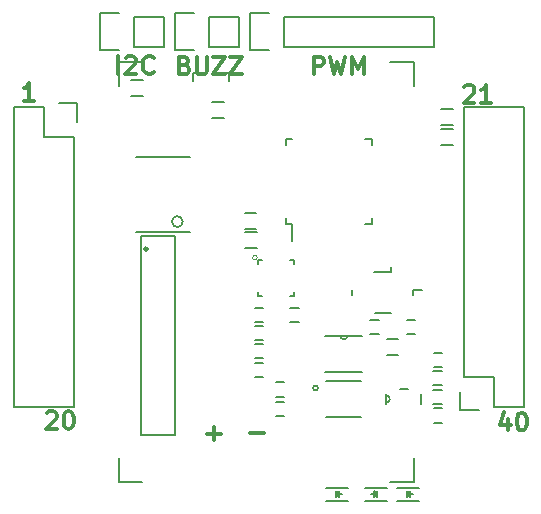
<source format=gbr>
G04 #@! TF.FileFunction,Legend,Top*
%FSLAX46Y46*%
G04 Gerber Fmt 4.6, Leading zero omitted, Abs format (unit mm)*
G04 Created by KiCad (PCBNEW 4.0.0-rc2-stable) date 7/27/2016 7:09:46 AM*
%MOMM*%
G01*
G04 APERTURE LIST*
%ADD10C,0.100000*%
%ADD11C,0.300000*%
%ADD12C,0.150000*%
%ADD13C,0.203200*%
%ADD14C,0.304800*%
%ADD15C,0.152400*%
%ADD16C,0.127000*%
G04 APERTURE END LIST*
D10*
D11*
X141198572Y-116577143D02*
X142341429Y-116577143D01*
X137568572Y-116617143D02*
X138711429Y-116617143D01*
X138140000Y-117188571D02*
X138140000Y-116045714D01*
X130025715Y-86148571D02*
X130025715Y-84648571D01*
X130668572Y-84791429D02*
X130740001Y-84720000D01*
X130882858Y-84648571D01*
X131240001Y-84648571D01*
X131382858Y-84720000D01*
X131454287Y-84791429D01*
X131525715Y-84934286D01*
X131525715Y-85077143D01*
X131454287Y-85291429D01*
X130597144Y-86148571D01*
X131525715Y-86148571D01*
X133025715Y-86005714D02*
X132954286Y-86077143D01*
X132740000Y-86148571D01*
X132597143Y-86148571D01*
X132382858Y-86077143D01*
X132240000Y-85934286D01*
X132168572Y-85791429D01*
X132097143Y-85505714D01*
X132097143Y-85291429D01*
X132168572Y-85005714D01*
X132240000Y-84862857D01*
X132382858Y-84720000D01*
X132597143Y-84648571D01*
X132740000Y-84648571D01*
X132954286Y-84720000D01*
X133025715Y-84791429D01*
X135662858Y-85422857D02*
X135877144Y-85494286D01*
X135948572Y-85565714D01*
X136020001Y-85708571D01*
X136020001Y-85922857D01*
X135948572Y-86065714D01*
X135877144Y-86137143D01*
X135734286Y-86208571D01*
X135162858Y-86208571D01*
X135162858Y-84708571D01*
X135662858Y-84708571D01*
X135805715Y-84780000D01*
X135877144Y-84851429D01*
X135948572Y-84994286D01*
X135948572Y-85137143D01*
X135877144Y-85280000D01*
X135805715Y-85351429D01*
X135662858Y-85422857D01*
X135162858Y-85422857D01*
X136662858Y-84708571D02*
X136662858Y-85922857D01*
X136734286Y-86065714D01*
X136805715Y-86137143D01*
X136948572Y-86208571D01*
X137234286Y-86208571D01*
X137377144Y-86137143D01*
X137448572Y-86065714D01*
X137520001Y-85922857D01*
X137520001Y-84708571D01*
X138091430Y-84708571D02*
X139091430Y-84708571D01*
X138091430Y-86208571D01*
X139091430Y-86208571D01*
X139520001Y-84708571D02*
X140520001Y-84708571D01*
X139520001Y-86208571D01*
X140520001Y-86208571D01*
X146592857Y-86208571D02*
X146592857Y-84708571D01*
X147164285Y-84708571D01*
X147307143Y-84780000D01*
X147378571Y-84851429D01*
X147450000Y-84994286D01*
X147450000Y-85208571D01*
X147378571Y-85351429D01*
X147307143Y-85422857D01*
X147164285Y-85494286D01*
X146592857Y-85494286D01*
X147950000Y-84708571D02*
X148307143Y-86208571D01*
X148592857Y-85137143D01*
X148878571Y-86208571D01*
X149235714Y-84708571D01*
X149807143Y-86208571D02*
X149807143Y-84708571D01*
X150307143Y-85780000D01*
X150807143Y-84708571D01*
X150807143Y-86208571D01*
X163061429Y-115348571D02*
X163061429Y-116348571D01*
X162704286Y-114777143D02*
X162347143Y-115848571D01*
X163275715Y-115848571D01*
X164132857Y-114848571D02*
X164275714Y-114848571D01*
X164418571Y-114920000D01*
X164490000Y-114991429D01*
X164561429Y-115134286D01*
X164632857Y-115420000D01*
X164632857Y-115777143D01*
X164561429Y-116062857D01*
X164490000Y-116205714D01*
X164418571Y-116277143D01*
X164275714Y-116348571D01*
X164132857Y-116348571D01*
X163990000Y-116277143D01*
X163918571Y-116205714D01*
X163847143Y-116062857D01*
X163775714Y-115777143D01*
X163775714Y-115420000D01*
X163847143Y-115134286D01*
X163918571Y-114991429D01*
X163990000Y-114920000D01*
X164132857Y-114848571D01*
X159337143Y-87251429D02*
X159408572Y-87180000D01*
X159551429Y-87108571D01*
X159908572Y-87108571D01*
X160051429Y-87180000D01*
X160122858Y-87251429D01*
X160194286Y-87394286D01*
X160194286Y-87537143D01*
X160122858Y-87751429D01*
X159265715Y-88608571D01*
X160194286Y-88608571D01*
X161622857Y-88608571D02*
X160765714Y-88608571D01*
X161194286Y-88608571D02*
X161194286Y-87108571D01*
X161051429Y-87322857D01*
X160908571Y-87465714D01*
X160765714Y-87537143D01*
X123977143Y-114881429D02*
X124048572Y-114810000D01*
X124191429Y-114738571D01*
X124548572Y-114738571D01*
X124691429Y-114810000D01*
X124762858Y-114881429D01*
X124834286Y-115024286D01*
X124834286Y-115167143D01*
X124762858Y-115381429D01*
X123905715Y-116238571D01*
X124834286Y-116238571D01*
X125762857Y-114738571D02*
X125905714Y-114738571D01*
X126048571Y-114810000D01*
X126120000Y-114881429D01*
X126191429Y-115024286D01*
X126262857Y-115310000D01*
X126262857Y-115667143D01*
X126191429Y-115952857D01*
X126120000Y-116095714D01*
X126048571Y-116167143D01*
X125905714Y-116238571D01*
X125762857Y-116238571D01*
X125620000Y-116167143D01*
X125548571Y-116095714D01*
X125477143Y-115952857D01*
X125405714Y-115667143D01*
X125405714Y-115310000D01*
X125477143Y-115024286D01*
X125548571Y-114881429D01*
X125620000Y-114810000D01*
X125762857Y-114738571D01*
X122918572Y-88458571D02*
X122061429Y-88458571D01*
X122490001Y-88458571D02*
X122490001Y-86958571D01*
X122347144Y-87172857D01*
X122204286Y-87315714D01*
X122061429Y-87387143D01*
D12*
X156755600Y-114484540D02*
X157455600Y-114484540D01*
X157455600Y-115684540D02*
X156755600Y-115684540D01*
X143382500Y-113902880D02*
X144082500Y-113902880D01*
X144082500Y-115102880D02*
X143382500Y-115102880D01*
X143369800Y-112284900D02*
X144069800Y-112284900D01*
X144069800Y-113484900D02*
X143369800Y-113484900D01*
X144616940Y-105957760D02*
X145316940Y-105957760D01*
X145316940Y-107157760D02*
X144616940Y-107157760D01*
X141614660Y-105957760D02*
X142314660Y-105957760D01*
X142314660Y-107157760D02*
X141614660Y-107157760D01*
X142299420Y-108704620D02*
X141599420Y-108704620D01*
X141599420Y-107504620D02*
X142299420Y-107504620D01*
X141622280Y-110628820D02*
X142322280Y-110628820D01*
X142322280Y-111828820D02*
X141622280Y-111828820D01*
X141622280Y-109028620D02*
X142322280Y-109028620D01*
X142322280Y-110228620D02*
X141622280Y-110228620D01*
X156755600Y-109775380D02*
X157455600Y-109775380D01*
X157455600Y-110975380D02*
X156755600Y-110975380D01*
X156725120Y-112914820D02*
X157425120Y-112914820D01*
X157425120Y-114114820D02*
X156725120Y-114114820D01*
X156725120Y-111329860D02*
X157425120Y-111329860D01*
X157425120Y-112529860D02*
X156725120Y-112529860D01*
X152083500Y-108186460D02*
X151383500Y-108186460D01*
X151383500Y-106986460D02*
X152083500Y-106986460D01*
X154479760Y-106999160D02*
X155179760Y-106999160D01*
X155179760Y-108199160D02*
X154479760Y-108199160D01*
X152825880Y-121209660D02*
X150925880Y-121209660D01*
X152825880Y-122309660D02*
X150925880Y-122309660D01*
X151925880Y-121759660D02*
X151475880Y-121759660D01*
X151975880Y-122009660D02*
X151975880Y-121509660D01*
X151975880Y-121759660D02*
X151725880Y-122009660D01*
X151725880Y-122009660D02*
X151725880Y-121509660D01*
X151725880Y-121509660D02*
X151975880Y-121759660D01*
X147608360Y-122309660D02*
X149508360Y-122309660D01*
X147608360Y-121209660D02*
X149508360Y-121209660D01*
X148508360Y-121759660D02*
X148958360Y-121759660D01*
X148458360Y-121509660D02*
X148458360Y-122009660D01*
X148458360Y-121759660D02*
X148708360Y-121509660D01*
X148708360Y-121509660D02*
X148708360Y-122009660D01*
X148708360Y-122009660D02*
X148458360Y-121759660D01*
X153628160Y-122309660D02*
X155528160Y-122309660D01*
X153628160Y-121209660D02*
X155528160Y-121209660D01*
X154528160Y-121759660D02*
X154978160Y-121759660D01*
X154478160Y-121509660D02*
X154478160Y-122009660D01*
X154478160Y-121759660D02*
X154728160Y-121509660D01*
X154728160Y-121509660D02*
X154728160Y-122009660D01*
X154728160Y-122009660D02*
X154478160Y-121759660D01*
X128530000Y-84120000D02*
X130080000Y-84120000D01*
X133890000Y-83840000D02*
X131350000Y-83840000D01*
X131350000Y-83840000D02*
X131350000Y-81300000D01*
X130080000Y-81020000D02*
X128530000Y-81020000D01*
X128530000Y-81020000D02*
X128530000Y-84120000D01*
X131350000Y-81300000D02*
X133890000Y-81300000D01*
X133890000Y-81300000D02*
X133890000Y-83840000D01*
X121190000Y-114320000D02*
X121190000Y-88920000D01*
X126270000Y-91460000D02*
X126270000Y-114320000D01*
X121190000Y-114320000D02*
X126270000Y-114320000D01*
X121190000Y-88920000D02*
X123730000Y-88920000D01*
X126550000Y-90190000D02*
X126550000Y-88640000D01*
X123730000Y-88920000D02*
X123730000Y-91460000D01*
X123730000Y-91460000D02*
X126270000Y-91460000D01*
X126550000Y-88640000D02*
X125000000Y-88640000D01*
X137700000Y-81300000D02*
X140240000Y-81300000D01*
X134880000Y-81020000D02*
X136430000Y-81020000D01*
X137700000Y-81300000D02*
X137700000Y-83840000D01*
X136430000Y-84120000D02*
X134880000Y-84120000D01*
X134880000Y-84120000D02*
X134880000Y-81020000D01*
X137700000Y-83840000D02*
X140240000Y-83840000D01*
X140240000Y-83840000D02*
X140240000Y-81300000D01*
X144050000Y-83840000D02*
X156750000Y-83840000D01*
X156750000Y-83840000D02*
X156750000Y-81300000D01*
X156750000Y-81300000D02*
X144050000Y-81300000D01*
X141230000Y-84120000D02*
X142780000Y-84120000D01*
X144050000Y-83840000D02*
X144050000Y-81300000D01*
X142780000Y-81020000D02*
X141230000Y-81020000D01*
X141230000Y-81020000D02*
X141230000Y-84120000D01*
X164370000Y-88920000D02*
X164370000Y-114320000D01*
X159290000Y-111780000D02*
X159290000Y-88920000D01*
X164370000Y-88920000D02*
X159290000Y-88920000D01*
X164370000Y-114320000D02*
X161830000Y-114320000D01*
X159010000Y-113050000D02*
X159010000Y-114600000D01*
X161830000Y-114320000D02*
X161830000Y-111780000D01*
X161830000Y-111780000D02*
X159290000Y-111780000D01*
X159010000Y-114600000D02*
X160560000Y-114600000D01*
X139189660Y-86047260D02*
X139141400Y-86047260D01*
X136390680Y-86748300D02*
X136390680Y-86047260D01*
X136390680Y-86047260D02*
X136639600Y-86047260D01*
X139189660Y-86047260D02*
X139390320Y-86047260D01*
X139390320Y-86047260D02*
X139390320Y-86748300D01*
X131121780Y-86700680D02*
X132121780Y-86700680D01*
X132121780Y-88050680D02*
X131121780Y-88050680D01*
X138951840Y-89897260D02*
X137951840Y-89897260D01*
X137951840Y-88547260D02*
X138951840Y-88547260D01*
X141745840Y-100920860D02*
X140745840Y-100920860D01*
X140745840Y-99570860D02*
X141745840Y-99570860D01*
X141730600Y-99254620D02*
X140730600Y-99254620D01*
X140730600Y-97904620D02*
X141730600Y-97904620D01*
X153752420Y-109920080D02*
X152752420Y-109920080D01*
X152752420Y-108570080D02*
X153752420Y-108570080D01*
X157337120Y-90787540D02*
X158337120Y-90787540D01*
X158337120Y-92137540D02*
X157337120Y-92137540D01*
X158382840Y-90491620D02*
X157382840Y-90491620D01*
X157382840Y-89141620D02*
X158382840Y-89141620D01*
D13*
X131939280Y-116702520D02*
X131939280Y-99900420D01*
X131939280Y-99900420D02*
X134819640Y-99900420D01*
X134819640Y-99900420D02*
X134819640Y-116702520D01*
X134819640Y-116702520D02*
X131939280Y-116702520D01*
X130080000Y-85170960D02*
X132078980Y-85170960D01*
X153079700Y-85170960D02*
X155078680Y-85170960D01*
X155078680Y-85170960D02*
X155078680Y-87172480D01*
X155078680Y-118671020D02*
X155078680Y-120670000D01*
X155078680Y-120670000D02*
X153079700Y-120670000D01*
X132078980Y-120670000D02*
X130080000Y-120670000D01*
X130080000Y-120670000D02*
X130080000Y-118671020D01*
X130080000Y-87172480D02*
X130080000Y-85170960D01*
D14*
X132477760Y-101000240D02*
G75*
G03X132477760Y-101000240I-99060J0D01*
G01*
D15*
X147631400Y-115183600D02*
X150628600Y-115183600D01*
X150628600Y-112186400D02*
X147631400Y-112186400D01*
X146945600Y-112745200D02*
G75*
G02X146539200Y-112745200I-203200J0D01*
G01*
X146539200Y-112745200D02*
G75*
G02X146945600Y-112745200I203200J0D01*
G01*
X155708600Y-114142200D02*
X155708600Y-113227800D01*
X154540200Y-112821400D02*
X153879800Y-112821400D01*
X152711400Y-113227800D02*
X152711400Y-113380200D01*
X152711400Y-113380200D02*
X152711400Y-113989800D01*
X152711400Y-113989800D02*
X152711400Y-114142200D01*
X152711400Y-113380200D02*
G75*
G02X152711400Y-113989800I0J-304800D01*
G01*
D16*
X141904840Y-102225940D02*
X141904840Y-101925940D01*
X141904840Y-101925940D02*
X142204840Y-101925940D01*
X144604840Y-101925940D02*
X144904840Y-101925940D01*
X144604840Y-104925940D02*
X144904840Y-104925940D01*
X141904840Y-104925940D02*
X142204840Y-104925940D01*
X141904840Y-104925940D02*
X141904840Y-104625940D01*
X144904840Y-104925940D02*
X144904840Y-104625940D01*
X144904840Y-102225940D02*
X144904840Y-101925940D01*
D10*
X141804840Y-101725940D02*
G75*
G03X141804840Y-101725940I-200000J0D01*
G01*
D15*
X131538620Y-93220460D02*
X136104220Y-93220460D01*
X136104220Y-99549660D02*
X131538620Y-99549660D01*
X135497820Y-98660660D02*
G75*
G03X135497820Y-98660660I-457200J0D01*
G01*
X150679400Y-108325600D02*
X149434800Y-108325600D01*
X149434800Y-108325600D02*
X148825200Y-108325600D01*
X148825200Y-108325600D02*
X147580600Y-108325600D01*
X147580600Y-111424400D02*
X150679400Y-111424400D01*
X149434800Y-108325600D02*
G75*
G02X148825200Y-108325600I-304800J0D01*
G01*
D12*
X144235000Y-98895000D02*
X144760000Y-98895000D01*
X144235000Y-91645000D02*
X144760000Y-91645000D01*
X151485000Y-91645000D02*
X150960000Y-91645000D01*
X151485000Y-98895000D02*
X150960000Y-98895000D01*
X144235000Y-98895000D02*
X144235000Y-98370000D01*
X151485000Y-98895000D02*
X151485000Y-98370000D01*
X151485000Y-91645000D02*
X151485000Y-92170000D01*
X144235000Y-91645000D02*
X144235000Y-92170000D01*
X144760000Y-98895000D02*
X144760000Y-100270000D01*
X155032000Y-104468000D02*
X155732000Y-104468000D01*
X153132000Y-102968000D02*
X153132000Y-102468000D01*
X151729920Y-102968000D02*
X153132000Y-102968000D01*
X153133040Y-106368000D02*
X151730960Y-106368000D01*
X149832000Y-104468000D02*
X149832000Y-104868000D01*
X155032000Y-104468000D02*
X155032000Y-104868000D01*
M02*

</source>
